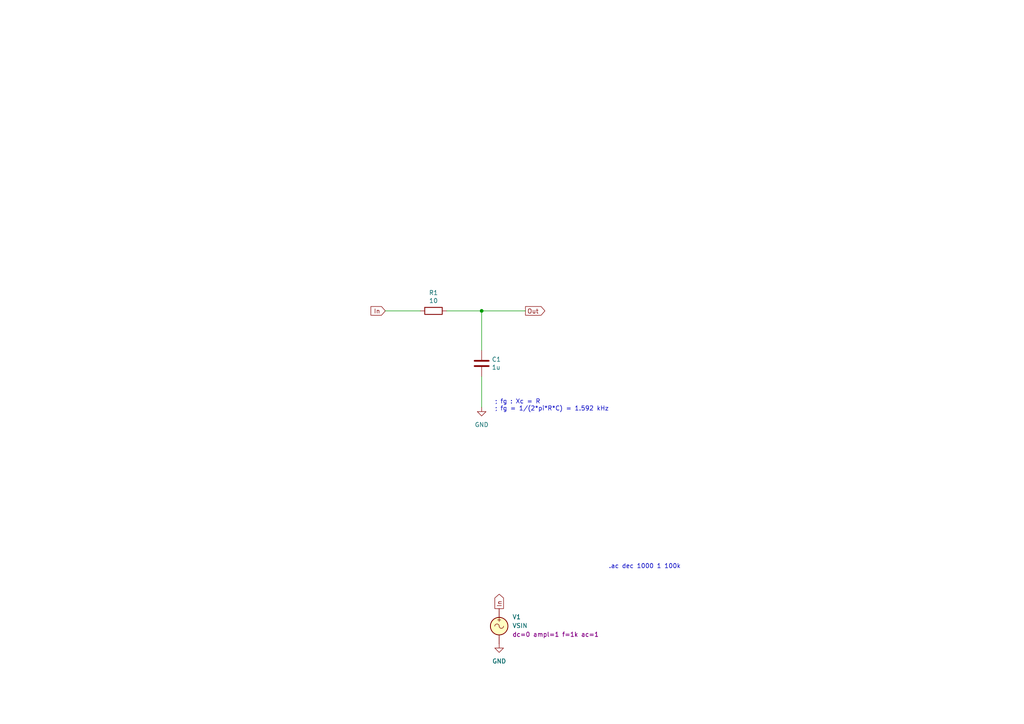
<source format=kicad_sch>
(kicad_sch (version 20231120) (generator "eeschema") (generator_version "8.0")
  (paper "A4")
  (title_block (title "RC Lowpass") (date "2024-05-27") (rev "2") (company "GitHub/OJStuff"))
  (lib_symbols
    (symbol "Device:C" (pin_numbers hide) (pin_names (offset 0.254))
      (property "Reference" "C" (at 0.635 2.54 0))
      (property "Value" "C" (at 0.635 -2.54 0))
      (symbol "C_0_1"
        (polyline (pts (xy -2.032 -0.762) (xy 2.032 -0.762)) (stroke (width 0.508)))
        (polyline (pts (xy -2.032 0.762) (xy 2.032 0.762)) (stroke (width 0.508)))
      )
      (symbol "C_1_1"
        (pin passive line (at 0 3.81 270) (length 2.794) (name "~") (number "1"))
        (pin passive line (at 0 -3.81 90) (length 2.794) (name "~") (number "2"))
      )
    )
    (symbol "Device:R" (pin_numbers hide) (pin_names (offset 0))
      (property "Reference" "R" (at 2.032 0 90))
      (property "Value" "R" (at 0 0 90))
      (symbol "R_0_1"
        (rectangle (start -1.016 -2.54) (end 1.016 2.54) (stroke (width 0.254)))
      )
      (symbol "R_1_1"
        (pin passive line (at 0 3.81 270) (length 1.27) (name "~") (number "1"))
        (pin passive line (at 0 -3.81 90) (length 1.27) (name "~") (number "2"))
      )
    )
    (symbol "VSIN_1" (pin_numbers hide) (pin_names (offset 0.0254))
      (property "Reference" "V" (at 2.54 2.54 0))
      (property "Value" "VSIN" (at 2.54 0 0))
      (property "Sim.Params" "dc=0 ampl=1 f=1k ac=1" (at 2.54 -2.54 0))
      (symbol "VSIN_1_0_0"
        (arc (start 0 0) (mid -0.635 0.6323) (end -1.27 0))
        (arc (start 0 0) (mid 0.635 -0.6323) (end 1.27 0))
        (text "+" (at 0 1.905 0) (effects (font (size 1.27 1.27))))
      )
      (symbol "VSIN_1_0_1"
        (circle (center 0 0) (radius 2.54) (stroke (width 0.254)) (fill (type background)))
      )
      (symbol "VSIN_1_1_1"
        (pin passive line (at 0 5.08 270) (length 2.54) (name "~") (number "1"))
        (pin passive line (at 0 -5.08 90) (length 2.54) (name "~") (number "2"))
      )
    )
    (symbol "power:GND" (power) (pin_numbers hide) (pin_names (offset 0) hide)
      (property "Value" "GND" (at 0 -3.81 0))
      (symbol "GND_0_1"
        (polyline (pts (xy 0 0) (xy 0 -1.27) (xy 1.27 -1.27) (xy 0 -2.54) (xy -1.27 -1.27) (xy 0 -1.27)))
      )
      (symbol "GND_1_1"
        (pin power_in line (at 0 0 270) (length 0) (name "~") (number "1"))
      )
    )
  )
  (junction (at 139.7 90.17))
  (wire (pts (xy 139.7 90.17) (xy 139.7 101.6)))
  (wire (pts (xy 139.7 90.17) (xy 152.4 90.17)))
  (wire (pts (xy 111.76 90.17) (xy 121.92 90.17)))
  (wire (pts (xy 129.54 90.17) (xy 139.7 90.17)))
  (wire (pts (xy 139.7 109.22) (xy 139.7 118.11)))
  (text ".ac dec 1000 1 100k" (at 176.53 165.1 0) (effects (font (size 1.27 1.27)) (justify left bottom)))
  (text "; fg : Xc = R\n; fg = 1/(2*pi*R*C) = 1.592 kHz" (at 143.51 119.38 0) (effects (font (size 1.27 1.27)) (justify left bottom)))
  (global_label "In" (shape input) (at 111.76 90.17 180) (property "Intersheetrefs" "${INTERSHEET_REFS}" (effects (hide yes))))
  (global_label "In" (shape output) (at 144.78 176.53 90) (property "Intersheetrefs" "${INTERSHEET_REFS}" (effects (hide yes))))
  (global_label "Out" (shape output) (at 152.4 90.17 0) (property "Intersheetrefs" "${INTERSHEET_REFS}" (effects (hide yes))))
  (symbol (lib_id "power:GND") (at 144.78 186.69 0) (unit 1)
    (property "Reference" "#PWR02" (effects (hide yes)))
    (property "Value" "GND" (at 144.78 191.77 0))
    (property "Description" "Power symbol creates a global label with name \"GND\" , ground" (effects (hide yes)))
  )
  (symbol (lib_id "power:GND") (at 139.7 118.11 0) (unit 1)
    (property "Reference" "#PWR01" (effects (hide yes)))
    (property "Value" "GND" (at 139.7 123.19 0))
    (property "Description" "Power symbol creates a global label with name \"GND\" , ground" (effects (hide yes)))
  )
  (symbol (lib_id "Device:R") (at 125.73 90.17 270) (unit 1)
    (property "Reference" "R1" (at 125.73 84.9122 90))
    (property "Value" "10" (at 125.73 87.2236 90))
  )
  (symbol (lib_name "VSIN_1") (lib_id "Simulation_SPICE:VSIN") (at 144.78 181.61 0) (unit 1)
    (property "Reference" "V1" (at 148.59 178.9401 0) (effects (justify left)))
    (property "Value" "VSIN" (at 148.59 181.4801 0) (effects (justify left)))
    (property "Datasheet" "https://ngspice.sourceforge.io/docs/ngspice-html-manual/manual.xhtml#sec_Independent_Sources_for" (effects (hide yes)))
    (property "Description" "Voltage source, sinusoidal" (effects (hide yes)))
    (property "Sim.Pins" "1=+ 2=-" (effects (hide yes)))
    (property "Sim.Params" "dc=0 ampl=1 f=1k ac=1" (at 148.59 184.0201 0) (effects (justify left)))
    (property "Sim.Type" "SIN" (effects (hide yes)))
    (property "Sim.Device" "V" (effects (hide yes)))
  )
  (symbol (lib_id "Device:C") (at 139.7 105.41 0) (unit 1)
    (property "Reference" "C1" (at 142.621 104.2416 0) (effects (justify left)))
    (property "Value" "1u" (at 142.621 106.553 0) (effects (justify left)))
  )
)
</source>
